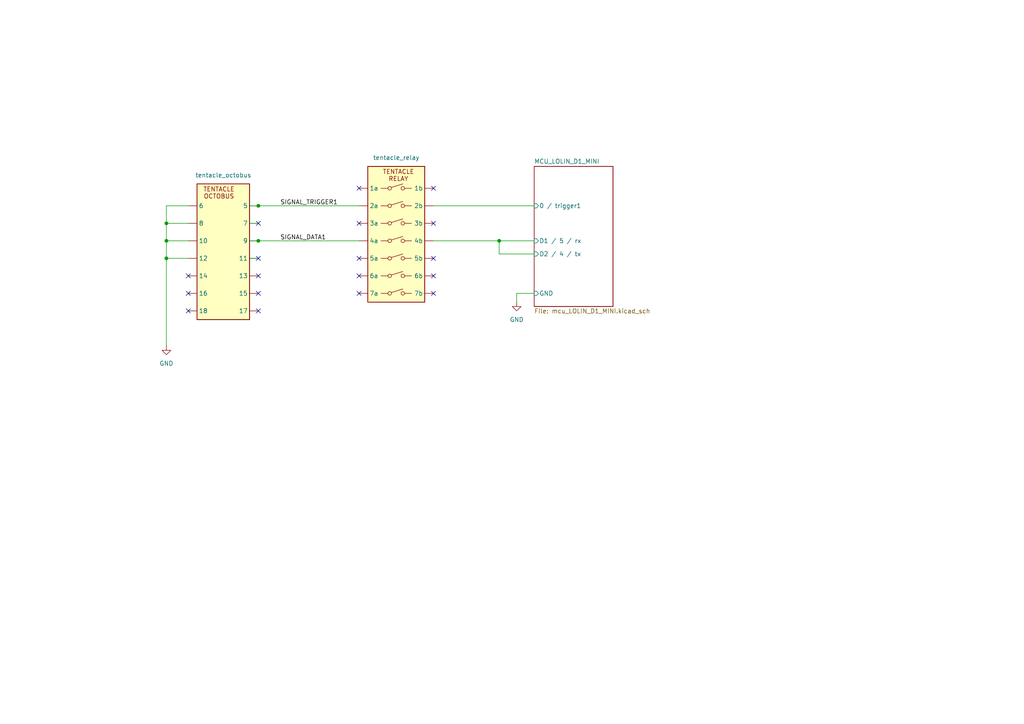
<source format=kicad_sch>
(kicad_sch (version 20231120) (generator "eeschema") (generator_version "8.0")
  (paper "A4")
  (title_block (title "tentacle_MCU_PYBV11") (date "2024-07-16") (company "Hans Märki, Märki Informatik") (comment 1 "The MIT License (MIT)"))
  (lib_symbols
    (symbol "00_project_library:tentacle_octobus" (pin_numbers hide)
      (property "Reference" "T" (at -27.432 29.718 0))
      (property "Value" "tentacle_octobus" (at 1.27 3.81 0))
      (symbol "tentacle_octobus_1_1"
        (rectangle (start 0 0) (end 15.24 -39.37) (stroke (width 0.254)) (fill (type background)))
        (text "TENTACLE\nOCTOBUS" (at 6.35 -2.54 0) (effects (font (size 1.27 1.27))))
        (pin passive line (at -2.54 -16.51 0) (length 2.54) (name "10") (number "10"))
        (pin passive line (at 17.78 -21.59 180) (length 2.54) (name "11") (number "11"))
        (pin passive line (at -2.54 -21.59 0) (length 2.54) (name "12") (number "12"))
        (pin passive line (at 17.78 -26.67 180) (length 2.54) (name "13") (number "13"))
        (pin passive line (at -2.54 -26.67 0) (length 2.54) (name "14") (number "14"))
        (pin passive line (at 17.78 -31.75 180) (length 2.54) (name "15") (number "15"))
        (pin passive line (at -2.54 -31.75 0) (length 2.54) (name "16") (number "16"))
        (pin passive line (at 17.78 -36.83 180) (length 2.54) (name "17") (number "17"))
        (pin passive line (at -2.54 -36.83 0) (length 2.54) (name "18") (number "18"))
        (pin passive line (at 17.78 -6.35 180) (length 2.54) (name "5") (number "5"))
        (pin passive line (at -2.54 -6.35 0) (length 2.54) (name "6") (number "6"))
        (pin passive line (at 17.78 -11.43 180) (length 2.54) (name "7") (number "7"))
        (pin passive line (at -2.54 -11.43 0) (length 2.54) (name "8") (number "8"))
        (pin passive line (at 17.78 -16.51 180) (length 2.54) (name "9") (number "9"))
      )
    )
    (symbol "power:GND" (power) (pin_numbers hide) (pin_names (offset 0) hide)
      (property "Value" "GND" (at 0 -3.81 0))
      (symbol "GND_0_1"
        (polyline (pts (xy 0 0) (xy 0 -1.27) (xy 1.27 -1.27) (xy 0 -2.54) (xy -1.27 -1.27) (xy 0 -1.27)))
      )
      (symbol "GND_1_1"
        (pin power_in line (at 0 0 270) (length 0) (name "~") (number "1"))
      )
    )
    (symbol "tentacle_relay_1" (pin_numbers hide)
      (property "Reference" "T" (at -27.432 29.718 0))
      (property "Value" "tentacle_relay" (at 3.81 2.54 0))
      (symbol "tentacle_relay_1_0_1"
        (polyline (pts (xy 5.842 -36.83) (xy 3.81 -36.83)))
        (polyline (pts (xy 5.842 -31.75) (xy 3.81 -31.75)))
        (polyline (pts (xy 5.842 -26.67) (xy 3.81 -26.67)))
        (polyline (pts (xy 5.842 -21.59) (xy 3.81 -21.59)))
        (polyline (pts (xy 5.842 -16.51) (xy 3.81 -16.51)))
        (polyline (pts (xy 5.842 -11.43) (xy 3.81 -11.43)))
        (polyline (pts (xy 5.842 -6.35) (xy 3.81 -6.35)))
        (polyline (pts (xy 6.858 -36.576) (xy 10.16 -35.56)))
        (polyline (pts (xy 6.858 -31.496) (xy 10.16 -30.48)))
        (polyline (pts (xy 6.858 -26.416) (xy 10.16 -25.4)))
        (polyline (pts (xy 6.858 -21.336) (xy 10.16 -20.32)))
        (polyline (pts (xy 6.858 -16.256) (xy 10.16 -15.24)))
        (polyline (pts (xy 6.858 -11.176) (xy 10.16 -10.16)))
        (polyline (pts (xy 6.858 -6.096) (xy 10.16 -5.08)))
        (polyline (pts (xy 12.7 -36.83) (xy 10.668 -36.83)))
        (polyline (pts (xy 12.7 -31.75) (xy 10.668 -31.75)))
        (polyline (pts (xy 12.7 -26.67) (xy 10.668 -26.67)))
        (polyline (pts (xy 12.7 -21.59) (xy 10.668 -21.59)))
        (polyline (pts (xy 12.7 -16.51) (xy 10.668 -16.51)))
        (polyline (pts (xy 12.7 -11.43) (xy 10.668 -11.43)))
        (polyline (pts (xy 12.7 -6.35) (xy 10.668 -6.35)))
        (circle (center 6.35 -36.83) (radius 0.508))
        (circle (center 6.35 -31.75) (radius 0.508))
        (circle (center 6.35 -26.67) (radius 0.508))
        (circle (center 6.35 -21.59) (radius 0.508))
        (circle (center 6.35 -16.51) (radius 0.508))
        (circle (center 6.35 -11.43) (radius 0.508))
        (circle (center 6.35 -6.35) (radius 0.508))
        (circle (center 10.16 -36.83) (radius 0.508))
        (circle (center 10.16 -31.75) (radius 0.508))
        (circle (center 10.16 -26.67) (radius 0.508))
        (circle (center 10.16 -21.59) (radius 0.508))
        (circle (center 10.16 -16.51) (radius 0.508))
        (circle (center 10.16 -11.43) (radius 0.508))
        (circle (center 10.16 -6.35) (radius 0.508))
      )
      (symbol "tentacle_relay_1_1_1"
        (rectangle (start 0 0) (end 16.51 -39.37) (stroke (width 0.254)) (fill (type background)))
        (text "TENTACLE\nRELAY" (at 8.89 -2.54 0) (effects (font (size 1.27 1.27))))
        (pin passive line (at -2.54 -6.35 0) (length 2.54) (name "1a") (number ""))
        (pin passive line (at 19.05 -6.35 180) (length 2.54) (name "1b") (number ""))
        (pin passive line (at -2.54 -11.43 0) (length 2.54) (name "2a") (number ""))
        (pin passive line (at 19.05 -11.43 180) (length 2.54) (name "2b") (number ""))
        (pin passive line (at -2.54 -16.51 0) (length 2.54) (name "3a") (number ""))
        (pin passive line (at 19.05 -16.51 180) (length 2.54) (name "3b") (number ""))
        (pin passive line (at -2.54 -21.59 0) (length 2.54) (name "4a") (number ""))
        (pin passive line (at 19.05 -21.59 180) (length 2.54) (name "4b") (number ""))
        (pin passive line (at -2.54 -26.67 0) (length 2.54) (name "5a") (number ""))
        (pin passive line (at 19.05 -26.67 180) (length 2.54) (name "5b") (number ""))
        (pin passive line (at -2.54 -31.75 0) (length 2.54) (name "6a") (number ""))
        (pin passive line (at 19.05 -31.75 180) (length 2.54) (name "6b") (number ""))
        (pin passive line (at -2.54 -36.83 0) (length 2.54) (name "7a") (number ""))
        (pin passive line (at 19.05 -36.83 180) (length 2.54) (name "7b") (number ""))
      )
    )
  )
  (junction (at 74.93 69.85))
  (junction (at 48.26 64.77))
  (junction (at 48.26 69.85))
  (junction (at 74.93 59.69))
  (junction (at 48.26 74.93))
  (junction (at 144.78 69.85))
  (no_connect (at 74.93 80.01))
  (no_connect (at 74.93 90.17))
  (no_connect (at 104.14 85.09))
  (no_connect (at 125.73 80.01))
  (no_connect (at 125.73 54.61))
  (no_connect (at 74.93 64.77))
  (no_connect (at 104.14 64.77))
  (no_connect (at 74.93 74.93))
  (no_connect (at 54.61 85.09))
  (no_connect (at 104.14 74.93))
  (no_connect (at 54.61 90.17))
  (no_connect (at 104.14 54.61))
  (no_connect (at 125.73 85.09))
  (no_connect (at 104.14 80.01))
  (no_connect (at 74.93 85.09))
  (no_connect (at 125.73 64.77))
  (no_connect (at 125.73 74.93))
  (no_connect (at 54.61 80.01))
  (wire (pts (xy 48.26 69.85) (xy 48.26 64.77)))
  (wire (pts (xy 48.26 74.93) (xy 54.61 74.93)))
  (wire (pts (xy 74.93 59.69) (xy 104.14 59.69)))
  (wire (pts (xy 48.26 64.77) (xy 48.26 59.69)))
  (wire (pts (xy 144.78 73.66) (xy 144.78 69.85)))
  (wire (pts (xy 48.26 59.69) (xy 54.61 59.69)))
  (wire (pts (xy 154.94 85.09) (xy 149.86 85.09)))
  (wire (pts (xy 154.94 73.66) (xy 144.78 73.66)))
  (wire (pts (xy 72.39 69.85) (xy 74.93 69.85)))
  (wire (pts (xy 48.26 64.77) (xy 54.61 64.77)))
  (wire (pts (xy 125.73 69.85) (xy 144.78 69.85)))
  (wire (pts (xy 149.86 85.09) (xy 149.86 87.63)))
  (wire (pts (xy 48.26 74.93) (xy 48.26 100.33)))
  (wire (pts (xy 74.93 69.85) (xy 104.14 69.85)))
  (wire (pts (xy 48.26 74.93) (xy 48.26 69.85)))
  (wire (pts (xy 72.39 64.77) (xy 74.93 64.77)))
  (wire (pts (xy 72.39 59.69) (xy 74.93 59.69)))
  (wire (pts (xy 125.73 59.69) (xy 154.94 59.69)))
  (wire (pts (xy 144.78 69.85) (xy 154.94 69.85)))
  (wire (pts (xy 72.39 74.93) (xy 74.93 74.93)))
  (wire (pts (xy 48.26 69.85) (xy 54.61 69.85)))
  (text "${SHEETNAME}" (at 71.374 35.306 0) (effects (font (size 2.54 2.54) (thickness 0.508) (bold yes))))
  (label "SIGNAL_DATA1" (at 81.28 69.85 0))
  (label "SIGNAL_TRIGGER1" (at 81.28 59.69 0))
  (symbol (lib_id "00_project_library:tentacle_octobus") (at 57.15 53.34 0) (unit 1)
    (property "Reference" "T301" (effects (hide yes)))
    (property "Value" "tentacle_octobus" (at 64.77 50.8 0))
  )
  (symbol (lib_name "tentacle_relay_1") (lib_id "00_project_library:tentacle_relay") (at 106.68 48.26 0) (unit 1)
    (property "Reference" "T302" (effects (hide yes)))
    (property "Value" "tentacle_relay" (at 114.935 45.72 0))
  )
  (symbol (lib_id "power:GND") (at 149.86 87.63 0) (unit 1)
    (property "Reference" "#PWR0303" (effects (hide yes)))
    (property "Value" "GND" (at 149.86 92.71 0))
    (property "Description" "Power symbol creates a global label with name \"GND\" , ground" (effects (hide yes)))
  )
  (symbol (lib_id "power:GND") (at 48.26 100.33 0) (unit 1)
    (property "Reference" "#PWR0301" (effects (hide yes)))
    (property "Value" "GND" (at 48.26 105.41 0))
    (property "Description" "Power symbol creates a global label with name \"GND\" , ground" (effects (hide yes)))
  )
  (sheet (at 154.94 48.26) (size 22.86 40.64) (stroke (width 0.1524))
    (property "Sheetname" "MCU_LOLIN_D1_MINI" (at 154.94 47.5484 0) (effects (justify left bottom)))
    (property "Sheetfile" "mcu_LOLIN_D1_MINI.kicad_sch" (at 154.94 89.4846 0) (effects (justify left top)))
    (pin "D1 {slash} 5 {slash} rx" input (at 154.94 69.85 180))
    (pin "GND" input (at 154.94 85.09 180))
    (pin "D2 {slash} 4 {slash} tx" input (at 154.94 73.66 180))
    (pin "0 {slash} trigger1" input (at 154.94 59.69 180))
  )
)
</source>
